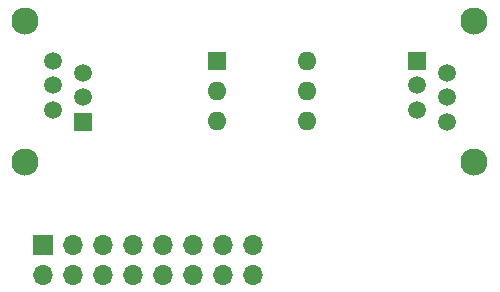
<source format=gbr>
%TF.GenerationSoftware,KiCad,Pcbnew,8.0.1*%
%TF.CreationDate,2024-06-07T19:57:48+02:00*%
%TF.ProjectId,needforheat-p1-base-hardware,6e656564-666f-4726-9865-61742d70312d,rev?*%
%TF.SameCoordinates,Original*%
%TF.FileFunction,Soldermask,Bot*%
%TF.FilePolarity,Negative*%
%FSLAX46Y46*%
G04 Gerber Fmt 4.6, Leading zero omitted, Abs format (unit mm)*
G04 Created by KiCad (PCBNEW 8.0.1) date 2024-06-07 19:57:48*
%MOMM*%
%LPD*%
G01*
G04 APERTURE LIST*
%ADD10C,2.300000*%
%ADD11R,1.520000X1.520000*%
%ADD12C,1.520000*%
%ADD13R,1.600000X1.600000*%
%ADD14O,1.600000X1.600000*%
%ADD15O,1.700000X1.700000*%
%ADD16R,1.700000X1.700000*%
G04 APERTURE END LIST*
D10*
%TO.C,J3*%
X83000000Y-61000000D03*
X83000000Y-73000000D03*
D11*
X87840000Y-69550000D03*
D12*
X85300000Y-68530000D03*
X87840000Y-67510000D03*
X85300000Y-66490000D03*
X87840000Y-65470000D03*
X85300000Y-64450000D03*
%TD*%
D10*
%TO.C,J2*%
X121000000Y-73000000D03*
X121000000Y-61000000D03*
D11*
X116160000Y-64450000D03*
D12*
X118700000Y-65470000D03*
X116160000Y-66490000D03*
X118700000Y-67510000D03*
X116160000Y-68530000D03*
X118700000Y-69550000D03*
%TD*%
D13*
%TO.C,SW1*%
X99200000Y-64450000D03*
D14*
X99200000Y-66990000D03*
X99200000Y-69530000D03*
X106820000Y-69530000D03*
X106820000Y-66990000D03*
X106820000Y-64450000D03*
%TD*%
D15*
%TO.C,J1*%
X89580000Y-80000000D03*
X87040000Y-82540000D03*
X87040000Y-80000000D03*
D16*
X84500000Y-80000000D03*
D15*
X92120000Y-82540000D03*
X92120000Y-80000000D03*
X97200000Y-82540000D03*
X94660000Y-82540000D03*
X94660000Y-80000000D03*
X102280000Y-82540000D03*
X102280000Y-80000000D03*
X99740000Y-80000000D03*
X99740000Y-82540000D03*
X97200000Y-80000000D03*
X84500000Y-82540000D03*
X89580000Y-82540000D03*
%TD*%
M02*

</source>
